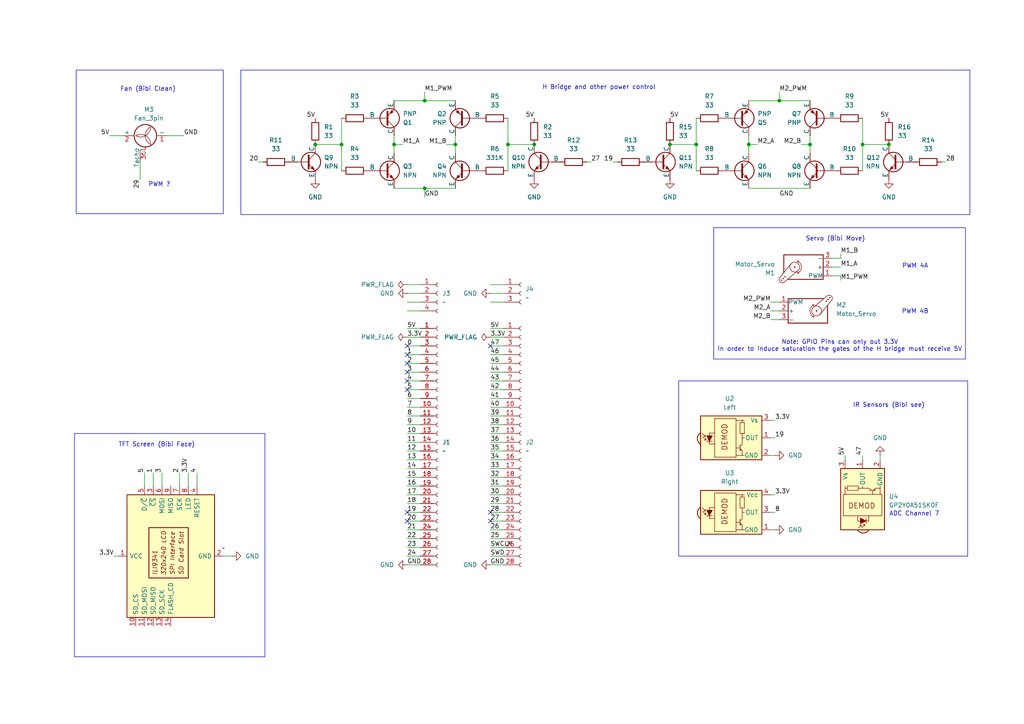
<source format=kicad_sch>
(kicad_sch (version 20250114) (generator "eeschema") (generator_version "9.0")
  (paper "A4")
  (lib_symbols
    (symbol "Connector:Conn_01x03_Socket" (pin_names (offset 1.016) (hide yes))
      (property "Reference" "J" (at 0 5.08 0))
      (property "Value" "Conn_01x03_Socket" (at 0 -5.08 0))
      (symbol "Conn_01x03_Socket_1_1"
        (polyline (pts (xy -1.27 2.54) (xy -0.508 2.54)) (stroke (width 0.1524)))
        (polyline (pts (xy -1.27 0) (xy -0.508 0)) (stroke (width 0.1524)))
        (polyline (pts (xy -1.27 -2.54) (xy -0.508 -2.54)) (stroke (width 0.1524)))
        (arc (start 0 2.032) (mid -0.5058 2.54) (end 0 3.048) (stroke (width 0.1524)))
        (arc (start 0 -0.508) (mid -0.5058 0) (end 0 0.508) (stroke (width 0.1524)))
        (arc (start 0 -3.048) (mid -0.5058 -2.54) (end 0 -2.032) (stroke (width 0.1524)))
        (pin passive line (at -5.08 2.54 0) (length 3.81) (name "Pin_1") (number "1"))
        (pin passive line (at -5.08 0 0) (length 3.81) (name "Pin_2") (number "2"))
        (pin passive line (at -5.08 -2.54 0) (length 3.81) (name "Pin_3") (number "3"))
      )
    )
    (symbol "Connector:Conn_01x04_Socket" (pin_names (offset 1.016) (hide yes))
      (property "Reference" "J" (at 0 5.08 0))
      (property "Value" "Conn_01x04_Socket" (at 0 -7.62 0))
      (symbol "Conn_01x04_Socket_1_1"
        (polyline (pts (xy -1.27 2.54) (xy -0.508 2.54)) (stroke (width 0.1524)))
        (polyline (pts (xy -1.27 0) (xy -0.508 0)) (stroke (width 0.1524)))
        (polyline (pts (xy -1.27 -2.54) (xy -0.508 -2.54)) (stroke (width 0.1524)))
        (polyline (pts (xy -1.27 -5.08) (xy -0.508 -5.08)) (stroke (width 0.1524)))
        (arc (start 0 2.032) (mid -0.5058 2.54) (end 0 3.048) (stroke (width 0.1524)))
        (arc (start 0 -0.508) (mid -0.5058 0) (end 0 0.508) (stroke (width 0.1524)))
        (arc (start 0 -3.048) (mid -0.5058 -2.54) (end 0 -2.032) (stroke (width 0.1524)))
        (arc (start 0 -5.588) (mid -0.5058 -5.08) (end 0 -4.572) (stroke (width 0.1524)))
        (pin passive line (at -5.08 2.54 0) (length 3.81) (name "Pin_1") (number "1"))
        (pin passive line (at -5.08 0 0) (length 3.81) (name "Pin_2") (number "2"))
        (pin passive line (at -5.08 -2.54 0) (length 3.81) (name "Pin_3") (number "3"))
        (pin passive line (at -5.08 -5.08 0) (length 3.81) (name "Pin_4") (number "4"))
      )
    )
    (symbol "Connector:Conn_01x28_Socket" (pin_names (offset 1.016) (hide yes))
      (property "Reference" "J" (at 0 35.56 0))
      (property "Value" "Conn_01x28_Socket" (at 0 -38.1 0))
      (symbol "Conn_01x28_Socket_1_1"
        (polyline (pts (xy -1.27 33.02) (xy -0.508 33.02)) (stroke (width 0.1524)))
        (polyline (pts (xy -1.27 30.48) (xy -0.508 30.48)) (stroke (width 0.1524)))
        (polyline (pts (xy -1.27 27.94) (xy -0.508 27.94)) (stroke (width 0.1524)))
        (polyline (pts (xy -1.27 25.4) (xy -0.508 25.4)) (stroke (width 0.1524)))
        (polyline (pts (xy -1.27 22.86) (xy -0.508 22.86)) (stroke (width 0.1524)))
        (polyline (pts (xy -1.27 20.32) (xy -0.508 20.32)) (stroke (width 0.1524)))
        (polyline (pts (xy -1.27 17.78) (xy -0.508 17.78)) (stroke (width 0.1524)))
        (polyline (pts (xy -1.27 15.24) (xy -0.508 15.24)) (stroke (width 0.1524)))
        (polyline (pts (xy -1.27 12.7) (xy -0.508 12.7)) (stroke (width 0.1524)))
        (polyline (pts (xy -1.27 10.16) (xy -0.508 10.16)) (stroke (width 0.1524)))
        (polyline (pts (xy -1.27 7.62) (xy -0.508 7.62)) (stroke (width 0.1524)))
        (polyline (pts (xy -1.27 5.08) (xy -0.508 5.08)) (stroke (width 0.1524)))
        (polyline (pts (xy -1.27 2.54) (xy -0.508 2.54)) (stroke (width 0.1524)))
        (polyline (pts (xy -1.27 0) (xy -0.508 0)) (stroke (width 0.1524)))
        (polyline (pts (xy -1.27 -2.54) (xy -0.508 -2.54)) (stroke (width 0.1524)))
        (polyline (pts (xy -1.27 -5.08) (xy -0.508 -5.08)) (stroke (width 0.1524)))
        (polyline (pts (xy -1.27 -7.62) (xy -0.508 -7.62)) (stroke (width 0.1524)))
        (polyline (pts (xy -1.27 -10.16) (xy -0.508 -10.16)) (stroke (width 0.1524)))
        (polyline (pts (xy -1.27 -12.7) (xy -0.508 -12.7)) (stroke (width 0.1524)))
        (polyline (pts (xy -1.27 -15.24) (xy -0.508 -15.24)) (stroke (width 0.1524)))
        (polyline (pts (xy -1.27 -17.78) (xy -0.508 -17.78)) (stroke (width 0.1524)))
        (polyline (pts (xy -1.27 -20.32) (xy -0.508 -20.32)) (stroke (width 0.1524)))
        (polyline (pts (xy -1.27 -22.86) (xy -0.508 -22.86)) (stroke (width 0.1524)))
        (polyline (pts (xy -1.27 -25.4) (xy -0.508 -25.4)) (stroke (width 0.1524)))
        (polyline (pts (xy -1.27 -27.94) (xy -0.508 -27.94)) (stroke (width 0.1524)))
        (polyline (pts (xy -1.27 -30.48) (xy -0.508 -30.48)) (stroke (width 0.1524)))
        (polyline (pts (xy -1.27 -33.02) (xy -0.508 -33.02)) (stroke (width 0.1524)))
        (polyline (pts (xy -1.27 -35.56) (xy -0.508 -35.56)) (stroke (width 0.1524)))
        (arc (start 0 32.512) (mid -0.5058 33.02) (end 0 33.528) (stroke (width 0.1524)))
        (arc (start 0 29.972) (mid -0.5058 30.48) (end 0 30.988) (stroke (width 0.1524)))
        (arc (start 0 27.432) (mid -0.5058 27.94) (end 0 28.448) (stroke (width 0.1524)))
        (arc (start 0 24.892) (mid -0.5058 25.4) (end 0 25.908) (stroke (width 0.1524)))
        (arc (start 0 22.352) (mid -0.5058 22.86) (end 0 23.368) (stroke (width 0.1524)))
        (arc (start 0 19.812) (mid -0.5058 20.32) (end 0 20.828) (stroke (width 0.1524)))
        (arc (start 0 17.272) (mid -0.5058 17.78) (end 0 18.288) (stroke (width 0.1524)))
        (arc (start 0 14.732) (mid -0.5058 15.24) (end 0 15.748) (stroke (width 0.1524)))
        (arc (start 0 12.192) (mid -0.5058 12.7) (end 0 13.208) (stroke (width 0.1524)))
        (arc (start 0 9.652) (mid -0.5058 10.16) (end 0 10.668) (stroke (width 0.1524)))
        (arc (start 0 7.112) (mid -0.5058 7.62) (end 0 8.128) (stroke (width 0.1524)))
        (arc (start 0 4.572) (mid -0.5058 5.08) (end 0 5.588) (stroke (width 0.1524)))
        (arc (start 0 2.032) (mid -0.5058 2.54) (end 0 3.048) (stroke (width 0.1524)))
        (arc (start 0 -0.508) (mid -0.5058 0) (end 0 0.508) (stroke (width 0.1524)))
        (arc (start 0 -3.048) (mid -0.5058 -2.54) (end 0 -2.032) (stroke (width 0.1524)))
        (arc (start 0 -5.588) (mid -0.5058 -5.08) (end 0 -4.572) (stroke (width 0.1524)))
        (arc (start 0 -8.128) (mid -0.5058 -7.62) (end 0 -7.112) (stroke (width 0.1524)))
        (arc (start 0 -10.668) (mid -0.5058 -10.16) (end 0 -9.652) (stroke (width 0.1524)))
        (arc (start 0 -13.208) (mid -0.5058 -12.7) (end 0 -12.192) (stroke (width 0.1524)))
        (arc (start 0 -15.748) (mid -0.5058 -15.24) (end 0 -14.732) (stroke (width 0.1524)))
        (arc (start 0 -18.288) (mid -0.5058 -17.78) (end 0 -17.272) (stroke (width 0.1524)))
        (arc (start 0 -20.828) (mid -0.5058 -20.32) (end 0 -19.812) (stroke (width 0.1524)))
        (arc (start 0 -23.368) (mid -0.5058 -22.86) (end 0 -22.352) (stroke (width 0.1524)))
        (arc (start 0 -25.908) (mid -0.5058 -25.4) (end 0 -24.892) (stroke (width 0.1524)))
        (arc (start 0 -28.448) (mid -0.5058 -27.94) (end 0 -27.432) (stroke (width 0.1524)))
        (arc (start 0 -30.988) (mid -0.5058 -30.48) (end 0 -29.972) (stroke (width 0.1524)))
        (arc (start 0 -33.528) (mid -0.5058 -33.02) (end 0 -32.512) (stroke (width 0.1524)))
        (arc (start 0 -36.068) (mid -0.5058 -35.56) (end 0 -35.052) (stroke (width 0.1524)))
        (pin passive line (at -5.08 33.02 0) (length 3.81) (name "Pin_1") (number "1"))
        (pin passive line (at -5.08 30.48 0) (length 3.81) (name "Pin_2") (number "2"))
        (pin passive line (at -5.08 27.94 0) (length 3.81) (name "Pin_3") (number "3"))
        (pin passive line (at -5.08 25.4 0) (length 3.81) (name "Pin_4") (number "4"))
        (pin passive line (at -5.08 22.86 0) (length 3.81) (name "Pin_5") (number "5"))
        (pin passive line (at -5.08 20.32 0) (length 3.81) (name "Pin_6") (number "6"))
        (pin passive line (at -5.08 17.78 0) (length 3.81) (name "Pin_7") (number "7"))
        (pin passive line (at -5.08 15.24 0) (length 3.81) (name "Pin_8") (number "8"))
        (pin passive line (at -5.08 12.7 0) (length 3.81) (name "Pin_9") (number "9"))
        (pin passive line (at -5.08 10.16 0) (length 3.81) (name "Pin_10") (number "10"))
        (pin passive line (at -5.08 7.62 0) (length 3.81) (name "Pin_11") (number "11"))
        (pin passive line (at -5.08 5.08 0) (length 3.81) (name "Pin_12") (number "12"))
        (pin passive line (at -5.08 2.54 0) (length 3.81) (name "Pin_13") (number "13"))
        (pin passive line (at -5.08 0 0) (length 3.81) (name "Pin_14") (number "14"))
        (pin passive line (at -5.08 -2.54 0) (length 3.81) (name "Pin_15") (number "15"))
        (pin passive line (at -5.08 -5.08 0) (length 3.81) (name "Pin_16") (number "16"))
        (pin passive line (at -5.08 -7.62 0) (length 3.81) (name "Pin_17") (number "17"))
        (pin passive line (at -5.08 -10.16 0) (length 3.81) (name "Pin_18") (number "18"))
        (pin passive line (at -5.08 -12.7 0) (length 3.81) (name "Pin_19") (number "19"))
        (pin passive line (at -5.08 -15.24 0) (length 3.81) (name "Pin_20") (number "20"))
        (pin passive line (at -5.08 -17.78 0) (length 3.81) (name "Pin_21") (number "21"))
        (pin passive line (at -5.08 -20.32 0) (length 3.81) (name "Pin_22") (number "22"))
        (pin passive line (at -5.08 -22.86 0) (length 3.81) (name "Pin_23") (number "23"))
        (pin passive line (at -5.08 -25.4 0) (length 3.81) (name "Pin_24") (number "24"))
        (pin passive line (at -5.08 -27.94 0) (length 3.81) (name "Pin_25") (number "25"))
        (pin passive line (at -5.08 -30.48 0) (length 3.81) (name "Pin_26") (number "26"))
        (pin passive line (at -5.08 -33.02 0) (length 3.81) (name "Pin_27") (number "27"))
        (pin passive line (at -5.08 -35.56 0) (length 3.81) (name "Pin_28") (number "28"))
      )
    )
    (symbol "Device:R" (pin_numbers (hide yes)) (pin_names (offset 0))
      (property "Reference" "R" (at 2.032 0 90))
      (property "Value" "R" (at 0 0 90))
      (symbol "R_0_1"
        (rectangle (start -1.016 -2.54) (end 1.016 2.54) (stroke (width 0.254)))
      )
      (symbol "R_1_1"
        (pin passive line (at 0 3.81 270) (length 1.27) (name "~") (number "1"))
        (pin passive line (at 0 -3.81 90) (length 1.27) (name "~") (number "2"))
      )
    )
    (symbol "Driver_Display:CR2013-MI2120" (pin_names (offset 0.762))
      (property "Reference" "U" (at -17.526 13.97 0))
      (property "Value" "CR2013-MI2120" (at 1.905 13.97 0))
      (symbol "CR2013-MI2120_0_0"
        (text "ILI9341" (at -5.461 4.572 0) (effects (font (size 1.27 1.27) (italic yes)) (justify left)))
        (text "SPI Interface" (at -5.461 -0.508 0) (effects (font (size 1.27 1.27) (italic yes)) (justify left)))
        (text "SD Card Slot" (at -5.461 -3.048 0) (effects (font (size 1.27 1.27) (italic yes)) (justify left)))
        (text "320x240 LCD" (at 0.889 2.032 0) (effects (font (size 1.27 1.27) (italic yes))))
      )
      (symbol "CR2013-MI2120_0_1"
        (rectangle (start -17.78 12.7) (end 17.78 -12.7) (stroke (width 0.254)) (fill (type background)))
        (rectangle (start -6.35 6.35) (end 8.255 -5.08) (stroke (width 0.254)))
      )
      (symbol "CR2013-MI2120_1_1"
        (pin input line (at -20.32 10.16 0) (length 2.54) (name "SD_CS") (number "10"))
        (pin input line (at -20.32 7.62 0) (length 2.54) (name "SD_MOSI") (number "11"))
        (pin output line (at -20.32 5.08 0) (length 2.54) (name "SD_MISO") (number "12"))
        (pin input line (at -20.32 2.54 0) (length 2.54) (name "SD_SCK") (number "13"))
        (pin input line (at -20.32 0 0) (length 2.54) (name "FLASH_CD") (number "14"))
        (pin power_in line (at 0 15.24 270) (length 2.54) (name "VCC") (number "1"))
        (pin power_in line (at 0 -15.24 90) (length 2.54) (name "GND") (number "2"))
        (pin input line (at 20.32 7.62 180) (length 2.54) (name "D/~{C}") (number "5"))
        (pin input line (at 20.32 5.08 180) (length 2.54) (name "~{CS}") (number "3"))
        (pin input line (at 20.32 2.54 180) (length 2.54) (name "MOSI") (number "6"))
        (pin output line (at 20.32 0 180) (length 2.54) (name "MISO") (number "9"))
        (pin input line (at 20.32 -2.54 180) (length 2.54) (name "SCK") (number "7"))
        (pin input line (at 20.32 -5.08 180) (length 2.54) (name "LED") (number "8"))
        (pin input line (at 20.32 -7.62 180) (length 2.54) (name "RESET") (number "4"))
      )
    )
    (symbol "Interface_Optical:IRM-H6xxT" (pin_names (offset 1.016))
      (property "Reference" "U" (at -10.16 7.62 0))
      (property "Value" "IRM-H6xxT" (at -10.16 -7.62 0))
      (symbol "IRM-H6xxT_0_0"
        (arc (start -10.287 -1.778) (mid -11.0899 -0.1905) (end -10.287 1.397) (stroke (width 0.254)) (fill (type background)))
        (polyline (pts (xy 1.905 5.08) (xy 0.127 5.08)))
        (polyline (pts (xy 1.905 -5.08) (xy 0.127 -5.08)))
        (text "DEMOD" (at -3.175 0.254 900) (effects (font (size 1.524 1.524))))
      )
      (symbol "IRM-H6xxT_0_1"
        (polyline (pts (xy -8.763 0.381) (xy -9.652 1.27)))
        (polyline (pts (xy -8.763 0.381) (xy -9.271 0.381)))
        (polyline (pts (xy -8.763 0.381) (xy -8.763 0.889)))
        (polyline (pts (xy -8.636 -0.635) (xy -9.525 0.254)))
        (polyline (pts (xy -8.636 -0.635) (xy -9.144 -0.635)))
        (polyline (pts (xy -8.636 -0.635) (xy -8.636 -0.127)))
        (polyline (pts (xy -8.382 0.635) (xy -6.731 0.635) (xy -7.62 -1.016) (xy -8.382 0.635)) (fill (type outline)))
        (polyline (pts (xy -8.382 -1.016) (xy -6.731 -1.016)))
        (rectangle (start -6.096 5.588) (end 0.127 -5.588))
        (polyline (pts (xy -6.096 1.397) (xy -7.62 1.397) (xy -7.62 -1.778) (xy -6.096 -1.778)))
        (polyline (pts (xy 1.27 -1.905) (xy 1.27 -3.81)))
        (polyline (pts (xy 1.27 -2.54) (xy 1.905 -1.905) (xy 1.905 0) (xy 2.54 0)))
        (polyline (pts (xy 1.27 -2.921) (xy 0.127 -2.921)))
        (polyline (pts (xy 1.27 -3.175) (xy 1.905 -3.81) (xy 1.905 -5.08) (xy 2.54 -5.08)))
        (polyline (pts (xy 1.397 -3.556) (xy 1.524 -3.556)))
        (polyline (pts (xy 1.651 -3.556) (xy 1.524 -3.556)))
        (polyline (pts (xy 1.651 -3.556) (xy 1.651 -3.302)))
        (polyline (pts (xy 1.905 4.445) (xy 1.905 5.08) (xy 2.54 5.08)))
        (polyline (pts (xy 1.905 0) (xy 1.905 1.27)))
        (rectangle (start 2.54 1.27) (end 1.27 4.445))
        (rectangle (start 7.62 6.35) (end -10.16 -6.35) (stroke (width 0.254)) (fill (type background)))
      )
      (symbol "IRM-H6xxT_1_1"
        (pin power_in line (at 10.16 5.08 180) (length 2.54) (name "Vcc") (number "4"))
        (pin output line (at 10.16 0 180) (length 2.54) (name "OUT") (number "3"))
        (pin power_in line (at 10.16 -5.08 180) (length 2.54) (name "GND") (number "1"))
        (pin passive line (at 10.16 -5.08 180) (length 2.54) (hide yes) (name "GND") (number "2"))
      )
    )
    (symbol "Interface_Optical:TSDP341xx" (pin_names (offset 1.016))
      (property "Reference" "U" (at -10.16 7.62 0))
      (property "Value" "TSDP341xx" (at -10.16 -7.62 0))
      (symbol "TSDP341xx_0_0"
        (arc (start -10.287 -1.778) (mid -11.0899 -0.1905) (end -10.287 1.397) (stroke (width 0.254)) (fill (type background)))
        (polyline (pts (xy 1.905 5.08) (xy 0.127 5.08)))
        (polyline (pts (xy 1.905 -5.08) (xy 0.127 -5.08)))
        (text "DEMOD" (at -3.175 0.254 900) (effects (font (size 1.524 1.524))))
      )
      (symbol "TSDP341xx_0_1"
        (polyline (pts (xy -8.763 0.381) (xy -9.652 1.27)))
        (polyline (pts (xy -8.763 0.381) (xy -9.271 0.381)))
        (polyline (pts (xy -8.763 0.381) (xy -8.763 0.889)))
        (polyline (pts (xy -8.636 -0.635) (xy -9.525 0.254)))
        (polyline (pts (xy -8.636 -0.635) (xy -9.144 -0.635)))
        (polyline (pts (xy -8.636 -0.635) (xy -8.636 -0.127)))
        (polyline (pts (xy -8.382 0.635) (xy -6.731 0.635) (xy -7.62 -1.016) (xy -8.382 0.635)) (fill (type outline)))
        (polyline (pts (xy -8.382 -1.016) (xy -6.731 -1.016)))
        (rectangle (start -6.096 5.588) (end 0.127 -5.588))
        (polyline (pts (xy -6.096 1.397) (xy -7.62 1.397) (xy -7.62 -1.778) (xy -6.096 -1.778)))
        (polyline (pts (xy 1.27 -1.905) (xy 1.27 -3.81)))
        (polyline (pts (xy 1.27 -2.54) (xy 1.905 -1.905) (xy 1.905 0) (xy 2.54 0)))
        (polyline (pts (xy 1.27 -2.921) (xy 0.127 -2.921)))
        (polyline (pts (xy 1.27 -3.175) (xy 1.905 -3.81) (xy 1.905 -5.08) (xy 2.54 -5.08)))
        (polyline (pts (xy 1.397 -3.556) (xy 1.524 -3.556)))
        (polyline (pts (xy 1.651 -3.556) (xy 1.524 -3.556)))
        (polyline (pts (xy 1.651 -3.556) (xy 1.651 -3.302)))
        (polyline (pts (xy 1.905 4.445) (xy 1.905 5.08) (xy 2.54 5.08)))
        (polyline (pts (xy 1.905 0) (xy 1.905 1.27)))
        (rectangle (start 2.54 1.27) (end 1.27 4.445))
        (rectangle (start 7.62 6.35) (end -10.16 -6.35) (stroke (width 0.254)) (fill (type background)))
      )
      (symbol "TSDP341xx_1_1"
        (pin power_in line (at 10.16 5.08 180) (length 2.54) (name "Vs") (number "3"))
        (pin output line (at 10.16 0 180) (length 2.54) (name "OUT") (number "1"))
        (pin power_in line (at 10.16 -5.08 180) (length 2.54) (name "GND") (number "2"))
      )
    )
    (symbol "Motor:Fan_3pin" (pin_names (offset 0))
      (property "Reference" "M" (at 2.54 2.54 0))
      (property "Value" "Fan_3pin" (at 2.54 -5.08 0))
      (symbol "Fan_3pin_0_0"
        (polyline (pts (xy -5.08 -0.508) (xy -5.334 -0.381)))
        (polyline (pts (xy -5.08 -0.508) (xy -5.207 -0.762)))
        (arc (start -4.572 -1.016) (mid -5.08 -1.5218) (end -5.588 -1.016))
        (arc (start -5.588 -1.016) (mid -5.4392 -0.6568) (end -5.08 -0.508))
        (polyline (pts (xy -4.064 0) (xy -4.064 -1.524) (xy -3.302 -1.524)))
      )
      (symbol "Fan_3pin_0_1"
        (polyline (pts (xy -4.064 0) (xy -5.08 0)))
        (arc (start 0 1.27) (mid -0.0015 -1.6352) (end -2.54 -3.048))
        (polyline (pts (xy 0 2.032) (xy 0 2.54)))
        (polyline (pts (xy 0 1.7272) (xy 0 2.0828)))
        (circle (center 0 -1.524) (radius 3.2512) (stroke (width 0.254)))
        (arc (start -2.54 -3.048) (mid 0 -1.4782) (end 2.54 -3.048))
        (polyline (pts (xy 0 -4.7752) (xy 0 -5.1816)))
        (polyline (pts (xy 0 -7.62) (xy 0 -7.112)))
        (arc (start 2.54 -3.048) (mid 0.047 -1.6085) (end 0 1.27))
      )
      (symbol "Fan_3pin_1_1"
        (pin passive line (at -7.62 0 0) (length 2.54) (name "Tacho") (number "3"))
        (pin passive line (at 0 5.08 270) (length 2.54) (name "+") (number "2"))
        (pin passive line (at 0 -7.62 90) (length 2.54) (name "-") (number "1"))
      )
    )
    (symbol "Motor:Motor_Servo" (pin_names (offset 0.0254))
      (property "Reference" "M" (at -5.08 4.445 0))
      (property "Value" "Motor_Servo" (at -5.08 -4.064 0))
      (symbol "Motor_Servo_0_1"
        (polyline (pts (xy 2.413 1.778) (xy 1.905 1.778)))
        (polyline (pts (xy 2.413 1.778) (xy 2.286 1.397)))
        (polyline (pts (xy 2.413 -1.778) (xy 2.032 -1.778)))
        (polyline (pts (xy 2.413 -1.778) (xy 2.286 -1.397)))
        (arc (start 2.413 -1.778) (mid 1.2406 0) (end 2.413 1.778))
        (circle (center 3.175 0) (radius 0.1778))
        (circle (center 3.175 0) (radius 1.4224))
        (polyline (pts (xy 5.08 3.556) (xy -5.08 3.556) (xy -5.08 -3.556) (xy 6.35 -3.556) (xy 6.35 1.524)) (stroke (width 0.254)))
        (circle (center 5.969 2.794) (radius 0.127))
        (polyline (pts (xy 6.35 4.445) (xy 2.54 1.27)))
        (circle (center 6.477 3.302) (radius 0.127))
        (arc (start 6.35 4.445) (mid 7.4487 4.2737) (end 7.62 3.175))
        (circle (center 6.985 3.81) (radius 0.127))
        (polyline (pts (xy 7.62 3.175) (xy 4.191 -1.016)))
      )
      (symbol "Motor_Servo_1_1"
        (pin passive line (at -7.62 2.54 0) (length 2.54) (name "PWM") (number "1"))
        (pin passive line (at -7.62 0 0) (length 2.54) (name "+") (number "2"))
        (pin passive line (at -7.62 -2.54 0) (length 2.54) (name "-") (number "3"))
      )
    )
    (symbol "Simulation_SPICE:NPN" (pin_numbers (hide yes)) (pin_names (offset 0))
      (property "Reference" "Q" (at -2.54 7.62 0))
      (property "Value" "NPN" (at -2.54 5.08 0))
      (symbol "NPN_0_1"
        (polyline (pts (xy -2.54 0) (xy 0.635 0)) (stroke (width 0.1524)))
        (polyline (pts (xy 0.635 1.905) (xy 0.635 -1.905) (xy 0.635 -1.905)) (stroke (width 0.508)))
        (polyline (pts (xy 0.635 0.635) (xy 2.54 2.54)))
        (polyline (pts (xy 0.635 -0.635) (xy 2.54 -2.54) (xy 2.54 -2.54)))
        (circle (center 1.27 0) (radius 2.8194) (stroke (width 0.254)))
        (polyline (pts (xy 1.27 -1.778) (xy 1.778 -1.27) (xy 2.286 -2.286) (xy 1.27 -1.778) (xy 1.27 -1.778)) (fill (type outline)))
        (polyline (pts (xy 2.794 -1.27) (xy 2.794 -1.27)) (stroke (width 0.1524)))
        (polyline (pts (xy 2.794 -1.27) (xy 2.794 -1.27)) (stroke (width 0.1524)))
      )
      (symbol "NPN_1_1"
        (pin input line (at -5.08 0 0) (length 2.54) (name "B") (number "2"))
        (pin open_collector line (at 2.54 5.08 270) (length 2.54) (name "C") (number "1"))
        (pin open_emitter line (at 2.54 -5.08 90) (length 2.54) (name "E") (number "3"))
      )
    )
    (symbol "Simulation_SPICE:PNP" (pin_numbers (hide yes)) (pin_names (offset 0))
      (property "Reference" "Q" (at -2.54 7.62 0))
      (property "Value" "PNP" (at -2.54 5.08 0))
      (symbol "PNP_0_1"
        (polyline (pts (xy -2.54 0) (xy 0.635 0)) (stroke (width 0.1524)))
        (polyline (pts (xy 0.635 1.905) (xy 0.635 -1.905) (xy 0.635 -1.905)) (stroke (width 0.508)))
        (polyline (pts (xy 0.635 0.635) (xy 2.54 2.54)))
        (polyline (pts (xy 0.635 -0.635) (xy 2.54 -2.54) (xy 2.54 -2.54)))
        (circle (center 1.27 0) (radius 2.8194) (stroke (width 0.254)))
        (polyline (pts (xy 2.286 -1.778) (xy 1.778 -2.286) (xy 1.27 -1.27) (xy 2.286 -1.778) (xy 2.286 -1.778)) (fill (type outline)))
      )
      (symbol "PNP_1_1"
        (pin input line (at -5.08 0 0) (length 2.54) (name "B") (number "2"))
        (pin open_collector line (at 2.54 5.08 270) (length 2.54) (name "C") (number "1"))
        (pin open_emitter line (at 2.54 -5.08 90) (length 2.54) (name "E") (number "3"))
      )
    )
    (symbol "power:GND" (power) (pin_numbers (hide yes)) (pin_names (offset 0) (hide yes))
      (property "Value" "GND" (at 0 -3.81 0))
      (symbol "GND_0_1"
        (polyline (pts (xy 0 0) (xy 0 -1.27) (xy 1.27 -1.27) (xy 0 -2.54) (xy -1.27 -1.27) (xy 0 -1.27)))
      )
      (symbol "GND_1_1"
        (pin power_in line (at 0 0 270) (length 0) (name "~") (number "1"))
      )
    )
    (symbol "power:PWR_FLAG" (power) (pin_numbers (hide yes)) (pin_names (offset 0) (hide yes))
      (property "Value" "PWR_FLAG" (at 0 3.81 0))
      (symbol "PWR_FLAG_0_0"
        (pin power_out line (at 0 0 90) (length 0) (name "~") (number "1"))
      )
      (symbol "PWR_FLAG_0_1"
        (polyline (pts (xy 0 0) (xy 0 1.27) (xy -1.016 1.905) (xy 0 2.54) (xy 1.016 1.905) (xy 0 1.27)))
      )
    )
  )
  (rectangle (start 22.098 20.32) (end 64.77 61.976))
  (rectangle (start 280.67 161.29) (end 196.85 110.49))
  (rectangle (start 21.59 125.73) (end 76.835 190.5))
  (rectangle (start 207.01 66.04) (end 280.035 104.14))
  (rectangle (start 69.85 20.32) (end 281.305 62.23))
  (text "Fan (Bibi Clean)\n" (at 42.926 25.908 0) (effects (font (size 1.27 1.27))))
  (text "Servo (Bibi Move)\n" (at 242.316 69.342 0) (effects (font (size 1.27 1.27))))
  (text "H Bridge and other power control\n" (at 173.736 25.4 0) (effects (font (size 1.27 1.27))))
  (text "Note: GPIO Pins can only out 3.3V\nIn order to induce saturation the gates of the H bridge must receive 5V\n" (at 243.586 100.33 0) (effects (font (size 1.27 1.27))))
  (text "ADC Channel 7\n" (at 265.176 149.098 0) (effects (font (size 1.27 1.27))))
  (text "PWM 4A\n" (at 265.43 77.216 0) (effects (font (size 1.27 1.27))))
  (text "IR Sensors (Bibi see)\n" (at 257.81 117.602 0) (effects (font (size 1.27 1.27))))
  (text "PWM ?\n" (at 46.228 53.594 0) (effects (font (size 1.27 1.27))))
  (text "TFT Screen (Bibi Face)\n" (at 45.466 129.032 0) (effects (font (size 1.27 1.27))))
  (text "PWM 4B\n" (at 265.43 90.424 0) (effects (font (size 1.27 1.27))))
  (junction (at 257.81 41.91))
  (junction (at 250.19 41.91))
  (junction (at 147.32 41.91))
  (junction (at 194.31 41.91))
  (junction (at 114.3 41.91))
  (junction (at 123.19 29.21))
  (junction (at 217.17 41.91))
  (junction (at 91.44 41.91))
  (junction (at 226.06 29.21))
  (junction (at 154.94 41.91))
  (junction (at 234.95 41.91))
  (junction (at 123.19 54.61))
  (junction (at 201.93 41.91))
  (junction (at 99.06 41.91))
  (junction (at 132.08 41.91))
  (no_connect (at 118.11 110.49))
  (no_connect (at 118.11 148.59))
  (no_connect (at 142.24 100.33))
  (no_connect (at 142.24 148.59))
  (no_connect (at 142.24 151.13))
  (no_connect (at 118.11 113.03))
  (no_connect (at 118.11 100.33))
  (no_connect (at 118.11 107.95))
  (no_connect (at 118.11 102.87))
  (no_connect (at 118.11 151.13))
  (no_connect (at 118.11 105.41))
  (wire (pts (xy 57.15 137.16) (xy 57.15 140.97)))
  (wire (pts (xy 142.24 133.35) (xy 146.05 133.35)))
  (wire (pts (xy 142.24 107.95) (xy 146.05 107.95)))
  (wire (pts (xy 118.11 118.11) (xy 121.92 118.11)))
  (wire (pts (xy 118.11 102.87) (xy 121.92 102.87)))
  (wire (pts (xy 118.11 146.05) (xy 121.92 146.05)))
  (wire (pts (xy 142.24 115.57) (xy 146.05 115.57)))
  (wire (pts (xy 142.24 135.89) (xy 146.05 135.89)))
  (wire (pts (xy 217.17 54.61) (xy 234.95 54.61)))
  (wire (pts (xy 274.32 46.99) (xy 273.05 46.99)))
  (wire (pts (xy 223.52 92.71) (xy 226.06 92.71)))
  (wire (pts (xy 118.11 153.67) (xy 121.92 153.67)))
  (wire (pts (xy 44.45 137.16) (xy 44.45 140.97)))
  (wire (pts (xy 118.11 143.51) (xy 121.92 143.51)))
  (wire (pts (xy 118.11 123.19) (xy 121.92 123.19)))
  (wire (pts (xy 31.75 39.37) (xy 35.56 39.37)))
  (wire (pts (xy 142.24 130.81) (xy 146.05 130.81)))
  (wire (pts (xy 118.11 107.95) (xy 121.92 107.95)))
  (wire (pts (xy 234.95 39.37) (xy 234.95 41.91)))
  (wire (pts (xy 142.24 151.13) (xy 146.05 151.13)))
  (wire (pts (xy 123.19 54.61) (xy 123.19 57.15)))
  (wire (pts (xy 142.24 140.97) (xy 146.05 140.97)))
  (wire (pts (xy 118.11 113.03) (xy 121.92 113.03)))
  (wire (pts (xy 142.24 102.87) (xy 146.05 102.87)))
  (wire (pts (xy 245.11 132.08) (xy 245.11 133.35)))
  (wire (pts (xy 226.06 26.67) (xy 226.06 29.21)))
  (wire (pts (xy 123.19 29.21) (xy 132.08 29.21)))
  (wire (pts (xy 118.11 97.79) (xy 121.92 97.79)))
  (wire (pts (xy 194.31 41.91) (xy 201.93 41.91)))
  (wire (pts (xy 177.8 46.99) (xy 179.07 46.99)))
  (wire (pts (xy 255.27 132.08) (xy 255.27 133.35)))
  (wire (pts (xy 123.19 54.61) (xy 132.08 54.61)))
  (wire (pts (xy 114.3 29.21) (xy 123.19 29.21)))
  (wire (pts (xy 118.11 105.41) (xy 121.92 105.41)))
  (wire (pts (xy 142.24 148.59) (xy 146.05 148.59)))
  (wire (pts (xy 142.24 85.09) (xy 146.05 85.09)))
  (wire (pts (xy 114.3 41.91) (xy 114.3 44.45)))
  (wire (pts (xy 142.24 146.05) (xy 146.05 146.05)))
  (wire (pts (xy 34.29 161.29) (xy 33.02 161.29)))
  (wire (pts (xy 142.24 100.33) (xy 146.05 100.33)))
  (wire (pts (xy 52.07 137.16) (xy 52.07 140.97)))
  (wire (pts (xy 118.11 87.63) (xy 121.92 87.63)))
  (wire (pts (xy 142.24 138.43) (xy 146.05 138.43)))
  (wire (pts (xy 118.11 151.13) (xy 121.92 151.13)))
  (wire (pts (xy 118.11 148.59) (xy 121.92 148.59)))
  (wire (pts (xy 217.17 41.91) (xy 219.71 41.91)))
  (wire (pts (xy 118.11 140.97) (xy 121.92 140.97)))
  (wire (pts (xy 118.11 158.75) (xy 121.92 158.75)))
  (wire (pts (xy 250.19 132.08) (xy 250.19 133.35)))
  (wire (pts (xy 54.61 137.16) (xy 54.61 140.97)))
  (wire (pts (xy 118.11 125.73) (xy 121.92 125.73)))
  (wire (pts (xy 41.91 137.16) (xy 41.91 140.97)))
  (wire (pts (xy 142.24 95.25) (xy 146.05 95.25)))
  (wire (pts (xy 118.11 95.25) (xy 121.92 95.25)))
  (wire (pts (xy 217.17 41.91) (xy 217.17 44.45)))
  (wire (pts (xy 142.24 87.63) (xy 146.05 87.63)))
  (wire (pts (xy 142.24 105.41) (xy 146.05 105.41)))
  (wire (pts (xy 91.44 41.91) (xy 99.06 41.91)))
  (wire (pts (xy 142.24 82.55) (xy 146.05 82.55)))
  (wire (pts (xy 118.11 130.81) (xy 121.92 130.81)))
  (wire (pts (xy 226.06 29.21) (xy 234.95 29.21)))
  (wire (pts (xy 118.11 133.35) (xy 121.92 133.35)))
  (wire (pts (xy 142.24 158.75) (xy 146.05 158.75)))
  (wire (pts (xy 250.19 41.91) (xy 250.19 49.53)))
  (wire (pts (xy 223.52 87.63) (xy 226.06 87.63)))
  (wire (pts (xy 46.99 137.16) (xy 46.99 140.97)))
  (wire (pts (xy 40.64 46.99) (xy 40.64 52.07)))
  (wire (pts (xy 142.24 123.19) (xy 146.05 123.19)))
  (wire (pts (xy 234.95 41.91) (xy 234.95 44.45)))
  (wire (pts (xy 223.52 127) (xy 224.79 127)))
  (wire (pts (xy 118.11 135.89) (xy 121.92 135.89)))
  (wire (pts (xy 142.24 163.83) (xy 146.05 163.83)))
  (wire (pts (xy 201.93 41.91) (xy 201.93 49.53)))
  (wire (pts (xy 241.3 80.01) (xy 243.84 80.01)))
  (wire (pts (xy 132.08 41.91) (xy 132.08 44.45)))
  (wire (pts (xy 118.11 85.09) (xy 121.92 85.09)))
  (wire (pts (xy 114.3 39.37) (xy 114.3 41.91)))
  (wire (pts (xy 118.11 138.43) (xy 121.92 138.43)))
  (wire (pts (xy 118.11 115.57) (xy 121.92 115.57)))
  (wire (pts (xy 114.3 54.61) (xy 123.19 54.61)))
  (wire (pts (xy 147.32 41.91) (xy 147.32 49.53)))
  (wire (pts (xy 223.52 148.59) (xy 224.79 148.59)))
  (wire (pts (xy 118.11 82.55) (xy 121.92 82.55)))
  (wire (pts (xy 232.41 41.91) (xy 234.95 41.91)))
  (wire (pts (xy 118.11 90.17) (xy 121.92 90.17)))
  (wire (pts (xy 223.52 90.17) (xy 226.06 90.17)))
  (wire (pts (xy 250.19 41.91) (xy 257.81 41.91)))
  (wire (pts (xy 142.24 97.79) (xy 146.05 97.79)))
  (wire (pts (xy 171.45 46.99) (xy 170.18 46.99)))
  (wire (pts (xy 142.24 120.65) (xy 146.05 120.65)))
  (wire (pts (xy 142.24 110.49) (xy 146.05 110.49)))
  (wire (pts (xy 99.06 41.91) (xy 99.06 49.53)))
  (wire (pts (xy 118.11 128.27) (xy 121.92 128.27)))
  (wire (pts (xy 132.08 39.37) (xy 132.08 41.91)))
  (wire (pts (xy 142.24 156.21) (xy 146.05 156.21)))
  (wire (pts (xy 142.24 125.73) (xy 146.05 125.73)))
  (wire (pts (xy 118.11 156.21) (xy 121.92 156.21)))
  (wire (pts (xy 217.17 39.37) (xy 217.17 41.91)))
  (wire (pts (xy 142.24 118.11) (xy 146.05 118.11)))
  (wire (pts (xy 74.93 46.99) (xy 76.2 46.99)))
  (wire (pts (xy 129.54 41.91) (xy 132.08 41.91)))
  (wire (pts (xy 64.77 161.29) (xy 67.31 161.29)))
  (wire (pts (xy 118.11 100.33) (xy 121.92 100.33)))
  (wire (pts (xy 250.19 34.29) (xy 250.19 41.91)))
  (wire (pts (xy 142.24 161.29) (xy 146.05 161.29)))
  (wire (pts (xy 223.52 143.51) (xy 224.79 143.51)))
  (wire (pts (xy 147.32 41.91) (xy 154.94 41.91)))
  (wire (pts (xy 142.24 128.27) (xy 146.05 128.27)))
  (wire (pts (xy 118.11 163.83) (xy 121.92 163.83)))
  (wire (pts (xy 142.24 153.67) (xy 146.05 153.67)))
  (wire (pts (xy 48.26 39.37) (xy 53.34 39.37)))
  (wire (pts (xy 142.24 143.51) (xy 146.05 143.51)))
  (wire (pts (xy 114.3 41.91) (xy 116.84 41.91)))
  (wire (pts (xy 223.52 132.08) (xy 224.79 132.08)))
  (wire (pts (xy 118.11 120.65) (xy 121.92 120.65)))
  (wire (pts (xy 243.84 74.93) (xy 243.84 73.66)))
  (wire (pts (xy 241.3 74.93) (xy 243.84 74.93)))
  (wire (pts (xy 123.19 26.67) (xy 123.19 29.21)))
  (wire (pts (xy 243.84 81.28) (xy 243.84 80.01)))
  (wire (pts (xy 217.17 29.21) (xy 226.06 29.21)))
  (wire (pts (xy 118.11 161.29) (xy 121.92 161.29)))
  (wire (pts (xy 118.11 110.49) (xy 121.92 110.49)))
  (wire (pts (xy 223.52 121.92) (xy 224.79 121.92)))
  (wire (pts (xy 147.32 34.29) (xy 147.32 41.91)))
  (wire (pts (xy 243.84 77.47) (xy 241.3 77.47)))
  (wire (pts (xy 99.06 34.29) (xy 99.06 41.91)))
  (wire (pts (xy 223.52 153.67) (xy 224.79 153.67)))
  (wire (pts (xy 201.93 34.29) (xy 201.93 41.91)))
  (wire (pts (xy 142.24 113.03) (xy 146.05 113.03)))
  (label "11" (at 118.11 128.27 0))
  (label "14" (at 118.11 135.89 0))
  (label "38" (at 142.24 123.19 0))
  (label "SWCLK" (at 142.24 158.75 0))
  (label "M1_A" (at 243.84 77.47 0))
  (label "47" (at 250.19 132.08 90))
  (label "M2_PWM" (at 226.06 26.67 0))
  (label "5V" (at 245.11 132.08 90))
  (label "3.3V" (at 33.02 161.29 180))
  (label "29" (at 142.24 146.05 0))
  (label "2" (at 52.07 137.16 90))
  (label "15" (at 118.11 138.43 0))
  (label "31" (at 142.24 140.97 0))
  (label "19" (at 177.8 46.99 180))
  (label "39" (at 142.24 120.65 0))
  (label "35" (at 142.24 130.81 0))
  (label "M2_PWM" (at 223.52 87.63 180))
  (label "28" (at 274.32 46.99 0))
  (label "20" (at 118.11 151.13 0))
  (label "M1_PWM" (at 243.84 81.28 0))
  (label "5V" (at 194.31 34.29 0))
  (label "33" (at 142.24 135.89 0))
  (label "3" (at 118.11 107.95 0))
  (label "5V" (at 91.44 34.29 180))
  (label "5V" (at 154.94 34.29 180))
  (label "M1_B" (at 243.84 73.66 0))
  (label "5V" (at 257.81 34.29 180))
  (label "18" (at 118.11 146.05 0))
  (label "M2_B" (at 232.41 41.91 180))
  (label "6" (at 118.11 115.57 0))
  (label "10" (at 118.11 125.73 0))
  (label "13" (at 118.11 133.35 0))
  (label "32" (at 142.24 138.43 0))
  (label "2" (at 118.11 105.41 0))
  (label "GND" (at 123.19 57.15 0))
  (label "3.3V" (at 224.79 121.92 0))
  (label "26" (at 142.24 153.67 0))
  (label "16" (at 118.11 140.97 0))
  (label "41" (at 142.24 115.57 0))
  (label "5V" (at 142.24 95.25 0))
  (label "9" (at 118.11 123.19 0))
  (label "3.3V" (at 142.24 97.79 0))
  (label "43" (at 142.24 110.49 0))
  (label "1" (at 44.45 137.16 90))
  (label "5V" (at 118.11 95.25 0))
  (label "GND" (at 142.24 163.83 0))
  (label "25" (at 142.24 156.21 0))
  (label "27" (at 171.45 46.99 0))
  (label "30" (at 142.24 143.51 0))
  (label "5" (at 41.91 137.16 90))
  (label "GND" (at 53.34 39.37 0))
  (label "3" (at 46.99 137.16 90))
  (label "0" (at 118.11 100.33 0))
  (label "4" (at 118.11 110.49 0))
  (label "M2_B" (at 223.52 92.71 180))
  (label "5" (at 118.11 113.03 0))
  (label "22" (at 118.11 156.21 0))
  (label "19" (at 224.79 127 0))
  (label "12" (at 118.11 130.81 0))
  (label "3.3V" (at 54.61 137.16 90))
  (label "GND" (at 118.11 163.83 0))
  (label "19" (at 118.11 148.59 0))
  (label "21" (at 118.11 153.67 0))
  (label "5V" (at 31.75 39.37 180))
  (label "SWD" (at 142.24 161.29 0))
  (label "46" (at 142.24 102.87 0))
  (label "40" (at 142.24 118.11 0))
  (label "28" (at 142.24 148.59 0))
  (label "34" (at 142.24 133.35 0))
  (label "7" (at 118.11 118.11 0))
  (label "8" (at 118.11 120.65 0))
  (label "1" (at 118.11 102.87 0))
  (label "M1_B" (at 129.54 41.91 180))
  (label "36" (at 142.24 128.27 0))
  (label "4" (at 57.15 137.16 90))
  (label "GND" (at 226.06 57.15 0))
  (label "42" (at 142.24 113.03 0))
  (label "47" (at 142.24 100.33 0))
  (label "23" (at 118.11 158.75 0))
  (label "44" (at 142.24 107.95 0))
  (label "29" (at 40.64 52.07 270))
  (label "M1_PWM" (at 123.19 26.67 0))
  (label "M2_A" (at 219.71 41.91 0))
  (label "M1_A" (at 116.84 41.91 0))
  (label "45" (at 142.24 105.41 0))
  (label "27" (at 142.24 151.13 0))
  (label "24" (at 118.11 161.29 0))
  (label "37" (at 142.24 125.73 0))
  (label "M2_A" (at 223.52 90.17 180))
  (label "17" (at 118.11 143.51 0))
  (label "8" (at 224.79 148.59 0))
  (label "3.3V" (at 118.11 97.79 0))
  (label "3.3V" (at 224.79 143.51 0))
  (label "20" (at 74.93 46.99 180))
  (symbol (lib_id "power:GND") (at 255.27 132.08 180) (unit 1)
    (property "Reference" "#PWR07" (effects (hide yes)))
    (property "Value" "GND" (at 255.27 127 0))
    (property "Description" "Power symbol creates a global label with name \"GND\" , ground" (effects (hide yes)))
  )
  (symbol (lib_id "Motor:Motor_Servo") (at 233.68 90.17 0) (unit 1)
    (property "Reference" "M2" (at 242.57 88.4668 0) (effects (justify left)))
    (property "Value" "Motor_Servo" (at 242.57 91.0068 0) (effects (justify left)))
    (property "Datasheet" "http://forums.parallax.com/uploads/attachments/46831/74481.png" (effects (hide yes)))
    (property "Description" "Servo Motor (Futaba, HiTec, JR connector)" (effects (hide yes)))
  )
  (symbol (lib_id "Simulation_SPICE:NPN") (at 88.9 46.99 0) (unit 1)
    (property "Reference" "Q9" (at 93.98 45.7199 0) (effects (justify left)))
    (property "Value" "NPN" (at 93.98 48.2599 0) (effects (justify left)))
    (property "Datasheet" "https://ngspice.sourceforge.io/docs/ngspice-html-manual/manual.xhtml#cha_BJTs" (effects (hide yes)))
    (property "Description" "Bipolar transistor symbol for simulation only, substrate tied to the emitter" (effects (hide yes)))
    (property "Sim.Device" "NPN" (effects (hide yes)))
    (property "Sim.Type" "GUMMELPOON" (effects (hide yes)))
    (property "Sim.Pins" "1=C 2=B 3=E" (effects (hide yes)))
  )
  (symbol (lib_id "power:GND") (at 67.31 161.29 90) (unit 1)
    (property "Reference" "#PWR010" (effects (hide yes)))
    (property "Value" "GND" (at 71.12 161.2899 90) (effects (justify right)))
    (property "Description" "Power symbol creates a global label with name \"GND\" , ground" (effects (hide yes)))
  )
  (symbol (lib_id "power:GND") (at 91.44 52.07 0) (unit 1)
    (property "Reference" "#PWR011" (effects (hide yes)))
    (property "Value" "GND" (at 91.44 57.15 0))
    (property "Description" "Power symbol creates a global label with name \"GND\" , ground" (effects (hide yes)))
  )
  (symbol (lib_id "Simulation_SPICE:PNP") (at 237.49 34.29 180) (unit 1)
    (property "Reference" "Q7" (at 232.41 33.0199 0) (effects (justify left)))
    (property "Value" "PNP" (at 232.41 35.5599 0) (effects (justify left)))
    (property "Datasheet" "https://ngspice.sourceforge.io/docs/ngspice-html-manual/manual.xhtml#cha_BJTs" (effects (hide yes)))
    (property "Description" "Bipolar transistor symbol for simulation only, substrate tied to the emitter" (effects (hide yes)))
    (property "Sim.Device" "PNP" (effects (hide yes)))
    (property "Sim.Type" "GUMMELPOON" (effects (hide yes)))
    (property "Sim.Pins" "1=C 2=B 3=E" (effects (hide yes)))
  )
  (symbol (lib_id "Device:R") (at 102.87 34.29 90) (unit 1)
    (property "Reference" "R3" (at 102.87 27.94 90))
    (property "Value" "33" (at 102.87 30.48 90))
    (property "Description" "Resistor" (effects (hide yes)))
  )
  (symbol (lib_id "Device:R") (at 205.74 49.53 270) (unit 1)
    (property "Reference" "R8" (at 205.74 43.18 90))
    (property "Value" "33" (at 205.74 45.72 90))
    (property "Description" "Resistor" (effects (hide yes)))
  )
  (symbol (lib_id "Device:R") (at 257.81 38.1 0) (unit 1)
    (property "Reference" "R16" (at 260.35 36.8299 0) (effects (justify left)))
    (property "Value" "33" (at 260.35 39.3699 0) (effects (justify left)))
    (property "Description" "Resistor" (effects (hide yes)))
  )
  (symbol (lib_id "Connector:Conn_01x28_Socket") (at 151.13 128.27 0) (unit 1)
    (property "Reference" "J2" (at 152.4 128.2699 0) (effects (justify left)))
    (property "Value" "~" (at 152.4 130.8099 0) (effects (justify left)))
    (property "Footprint" "Connector_PinSocket_2.54mm:PinSocket_1x28_P2.54mm_Vertical" (effects (hide yes)))
    (property "Description" "Generic connector, single row, 01x28, script generated" (effects (hide yes)))
  )
  (symbol (lib_id "Simulation_SPICE:PNP") (at 111.76 34.29 0) (mirror x) (unit 1)
    (property "Reference" "Q1" (at 116.84 35.5601 0) (effects (justify left)))
    (property "Value" "PNP" (at 116.84 33.0201 0) (effects (justify left)))
    (property "Datasheet" "https://ngspice.sourceforge.io/docs/ngspice-html-manual/manual.xhtml#cha_BJTs" (effects (hide yes)))
    (property "Description" "Bipolar transistor symbol for simulation only, substrate tied to the emitter" (effects (hide yes)))
    (property "Sim.Device" "PNP" (effects (hide yes)))
    (property "Sim.Type" "GUMMELPOON" (effects (hide yes)))
    (property "Sim.Pins" "1=C 2=B 3=E" (effects (hide yes)))
  )
  (symbol (lib_id "Device:R") (at 143.51 49.53 90) (unit 1)
    (property "Reference" "R6" (at 143.51 43.18 90))
    (property "Value" "331K" (at 143.51 45.72 90))
    (property "Description" "Resistor" (effects (hide yes)))
  )
  (symbol (lib_id "Device:R") (at 205.74 34.29 90) (unit 1)
    (property "Reference" "R7" (at 205.74 27.94 90))
    (property "Value" "33" (at 205.74 30.48 90))
    (property "Description" "Resistor" (effects (hide yes)))
  )
  (symbol (lib_id "Driver_Display:CR2013-MI2120") (at 49.53 161.29 90) (unit 1)
    (property "Reference" "U1" (effects (hide yes)))
    (property "Value" "~" (at 64.77 158.9689 90))
    (property "Footprint" "Display:CR2013-MI2120" (effects (hide yes)))
    (property "Datasheet" "http://pan.baidu.com/s/11Y990" (effects (hide yes)))
    (property "Description" "ILI9341 controller, SPI TFT LCD Display, 9-pin breakout PCB, 4-pin SD card interface, 5V/3.3V" (effects (hide yes)))
  )
  (symbol (lib_id "power:GND") (at 194.31 52.07 0) (unit 1)
    (property "Reference" "#PWR013" (effects (hide yes)))
    (property "Value" "GND" (at 194.31 57.15 0))
    (property "Description" "Power symbol creates a global label with name \"GND\" , ground" (effects (hide yes)))
  )
  (symbol (lib_id "Interface_Optical:TSDP341xx") (at 250.19 143.51 90) (unit 1)
    (property "Reference" "U4" (at 257.81 143.9748 90) (effects (justify right)))
    (property "Value" "GP2Y0A51SK0F" (at 257.81 146.5148 90) (effects (justify right)))
    (property "Footprint" "OptoDevice:Vishay_MOLD-3Pin" (effects (hide yes)))
    (property "Datasheet" "http://www.vishay.com/docs/82667/tsdp341.pdf" (effects (hide yes)))
    (property "Description" "IR Receiver Modules for Data Transmission" (effects (hide yes)))
  )
  (symbol (lib_id "Motor:Fan_3pin") (at 40.64 39.37 90) (unit 1)
    (property "Reference" "M3" (at 43.18 31.75 90))
    (property "Value" "Fan_3pin" (at 43.18 34.29 90))
    (property "Datasheet" "http://www.hardwarecanucks.com/forum/attachments/new-builds/16287d1330775095-help-chassis-power-fan-connectors-motherboard-asus_p8z68.jpg" (effects (hide yes)))
    (property "Description" "Fan, tacho output, 3-pin connector" (effects (hide yes)))
  )
  (symbol (lib_id "Device:R") (at 269.24 46.99 270) (mirror x) (unit 1)
    (property "Reference" "R14" (at 269.24 40.64 90))
    (property "Value" "33" (at 269.24 43.18 90))
    (property "Description" "Resistor" (effects (hide yes)))
  )
  (symbol (lib_id "power:GND") (at 257.81 52.07 0) (mirror y) (unit 1)
    (property "Reference" "#PWR014" (effects (hide yes)))
    (property "Value" "GND" (at 257.81 57.15 0))
    (property "Description" "Power symbol creates a global label with name \"GND\" , ground" (effects (hide yes)))
  )
  (symbol (lib_id "Simulation_SPICE:PNP") (at 134.62 34.29 180) (unit 1)
    (property "Reference" "Q2" (at 129.54 33.0199 0) (effects (justify left)))
    (property "Value" "PNP" (at 129.54 35.5599 0) (effects (justify left)))
    (property "Datasheet" "https://ngspice.sourceforge.io/docs/ngspice-html-manual/manual.xhtml#cha_BJTs" (effects (hide yes)))
    (property "Description" "Bipolar transistor symbol for simulation only, substrate tied to the emitter" (effects (hide yes)))
    (property "Sim.Device" "PNP" (effects (hide yes)))
    (property "Sim.Type" "GUMMELPOON" (effects (hide yes)))
    (property "Sim.Pins" "1=C 2=B 3=E" (effects (hide yes)))
  )
  (symbol (lib_id "Device:R") (at 102.87 49.53 270) (unit 1)
    (property "Reference" "R4" (at 102.87 43.18 90))
    (property "Value" "33" (at 102.87 45.72 90))
    (property "Description" "Resistor" (effects (hide yes)))
  )
  (symbol (lib_id "Simulation_SPICE:NPN") (at 237.49 49.53 0) (mirror y) (unit 1)
    (property "Reference" "Q8" (at 232.41 48.2599 0) (effects (justify left)))
    (property "Value" "NPN" (at 232.41 50.7999 0) (effects (justify left)))
    (property "Datasheet" "https://ngspice.sourceforge.io/docs/ngspice-html-manual/manual.xhtml#cha_BJTs" (effects (hide yes)))
    (property "Description" "Bipolar transistor symbol for simulation only, substrate tied to the emitter" (effects (hide yes)))
    (property "Sim.Device" "NPN" (effects (hide yes)))
    (property "Sim.Type" "GUMMELPOON" (effects (hide yes)))
    (property "Sim.Pins" "1=C 2=B 3=E" (effects (hide yes)))
  )
  (symbol (lib_id "power:GND") (at 142.24 85.09 270) (unit 1)
    (property "Reference" "#PWR06" (effects (hide yes)))
    (property "Value" "GND" (at 138.43 85.0899 90) (effects (justify right)))
    (property "Description" "Power symbol creates a global label with name \"GND\" , ground" (effects (hide yes)))
  )
  (symbol (lib_id "Device:R") (at 166.37 46.99 270) (mirror x) (unit 1)
    (property "Reference" "R12" (at 166.37 40.64 90))
    (property "Value" "33" (at 166.37 43.18 90))
    (property "Description" "Resistor" (effects (hide yes)))
  )
  (symbol (lib_id "power:GND") (at 118.11 85.09 270) (unit 1)
    (property "Reference" "#PWR05" (effects (hide yes)))
    (property "Value" "GND" (at 114.3 85.0899 90) (effects (justify right)))
    (property "Description" "Power symbol creates a global label with name \"GND\" , ground" (effects (hide yes)))
  )
  (symbol (lib_id "Device:R") (at 182.88 46.99 90) (unit 1)
    (property "Reference" "R13" (at 182.88 40.64 90))
    (property "Value" "33" (at 182.88 43.18 90))
    (property "Description" "Resistor" (effects (hide yes)))
  )
  (symbol (lib_id "Device:R") (at 143.51 34.29 270) (unit 1)
    (property "Reference" "R5" (at 143.51 27.94 90))
    (property "Value" "33" (at 143.51 30.48 90))
    (property "Description" "Resistor" (effects (hide yes)))
  )
  (symbol (lib_id "power:PWR_FLAG") (at 118.11 82.55 90) (unit 1)
    (property "Reference" "#FLG04" (effects (hide yes)))
    (property "Value" "PWR_FLAG" (at 114.3 82.5499 90) (effects (justify left)))
    (property "Description" "Special symbol for telling ERC where power comes from" (effects (hide yes)))
  )
  (symbol (lib_id "power:GND") (at 224.79 132.08 90) (unit 1)
    (property "Reference" "#PWR08" (effects (hide yes)))
    (property "Value" "GND" (at 228.6 132.0799 90) (effects (justify right)))
    (property "Description" "Power symbol creates a global label with name \"GND\" , ground" (effects (hide yes)))
  )
  (symbol (lib_id "Device:R") (at 154.94 38.1 0) (unit 1)
    (property "Reference" "R2" (at 157.48 36.8299 0) (effects (justify left)))
    (property "Value" "33" (at 157.48 39.3699 0) (effects (justify left)))
    (property "Description" "Resistor" (effects (hide yes)))
  )
  (symbol (lib_id "power:GND") (at 224.79 153.67 90) (unit 1)
    (property "Reference" "#PWR09" (effects (hide yes)))
    (property "Value" "GND" (at 228.6 153.6699 90) (effects (justify right)))
    (property "Description" "Power symbol creates a global label with name \"GND\" , ground" (effects (hide yes)))
  )
  (symbol (lib_id "Simulation_SPICE:NPN") (at 111.76 49.53 0) (unit 1)
    (property "Reference" "Q3" (at 116.84 48.2599 0) (effects (justify left)))
    (property "Value" "NPN" (at 116.84 50.7999 0) (effects (justify left)))
    (property "Datasheet" "https://ngspice.sourceforge.io/docs/ngspice-html-manual/manual.xhtml#cha_BJTs" (effects (hide yes)))
    (property "Description" "Bipolar transistor symbol for simulation only, substrate tied to the emitter" (effects (hide yes)))
    (property "Sim.Device" "NPN" (effects (hide yes)))
    (property "Sim.Type" "GUMMELPOON" (effects (hide yes)))
    (property "Sim.Pins" "1=C 2=B 3=E" (effects (hide yes)))
  )
  (symbol (lib_id "Interface_Optical:TSDP341xx") (at 213.36 127 0) (unit 1)
    (property "Reference" "U2" (at 211.625 115.57 0))
    (property "Value" "Left" (at 211.625 118.11 0))
    (property "Footprint" "OptoDevice:Vishay_MOLD-3Pin" (effects (hide yes)))
    (property "Datasheet" "http://www.vishay.com/docs/82667/tsdp341.pdf" (effects (hide yes)))
    (property "Description" "IR Receiver Modules for Data Transmission" (effects (hide yes)))
  )
  (symbol (lib_id "Connector:Conn_01x03_Socket") (at 151.13 85.09 0) (unit 1)
    (property "Reference" "J4" (at 152.4 83.8199 0) (effects (justify left)))
    (property "Value" "~" (at 152.4 86.3599 0) (effects (justify left)))
    (property "Footprint" "Connector_PinSocket_2.54mm:PinSocket_1x03_P2.54mm_Vertical" (effects (hide yes)))
    (property "Description" "Generic connector, single row, 01x03, script generated" (effects (hide yes)))
  )
  (symbol (lib_id "Simulation_SPICE:NPN") (at 260.35 46.99 0) (mirror y) (unit 1)
    (property "Reference" "Q12" (at 255.27 45.7199 0) (effects (justify left)))
    (property "Value" "NPN" (at 255.27 48.2599 0) (effects (justify left)))
    (property "Datasheet" "https://ngspice.sourceforge.io/docs/ngspice-html-manual/manual.xhtml#cha_BJTs" (effects (hide yes)))
    (property "Description" "Bipolar transistor symbol for simulation only, substrate tied to the emitter" (effects (hide yes)))
    (property "Sim.Device" "NPN" (effects (hide yes)))
    (property "Sim.Type" "GUMMELPOON" (effects (hide yes)))
    (property "Sim.Pins" "1=C 2=B 3=E" (effects (hide yes)))
  )
  (symbol (lib_id "Simulation_SPICE:PNP") (at 214.63 34.29 0) (mirror x) (unit 1)
    (property "Reference" "Q5" (at 219.71 35.5601 0) (effects (justify left)))
    (property "Value" "PNP" (at 219.71 33.0201 0) (effects (justify left)))
    (property "Datasheet" "https://ngspice.sourceforge.io/docs/ngspice-html-manual/manual.xhtml#cha_BJTs" (effects (hide yes)))
    (property "Description" "Bipolar transistor symbol for simulation only, substrate tied to the emitter" (effects (hide yes)))
    (property "Sim.Device" "PNP" (effects (hide yes)))
    (property "Sim.Type" "GUMMELPOON" (effects (hide yes)))
    (property "Sim.Pins" "1=C 2=B 3=E" (effects (hide yes)))
  )
  (symbol (lib_id "Device:R") (at 91.44 38.1 0) (unit 1)
    (property "Reference" "R1" (at 93.98 36.8299 0) (effects (justify left)))
    (property "Value" "33" (at 93.98 39.3699 0) (effects (justify left)))
    (property "Description" "Resistor" (effects (hide yes)))
  )
  (symbol (lib_id "power:PWR_FLAG") (at 142.24 97.79 90) (unit 1)
    (property "Reference" "#FLG03" (effects (hide yes)))
    (property "Value" "PWR_FLAG" (at 138.43 97.7899 90) (effects (justify left)))
    (property "Description" "Special symbol for telling ERC where power comes from" (effects (hide yes)))
  )
  (symbol (lib_id "Simulation_SPICE:NPN") (at 134.62 49.53 0) (mirror y) (unit 1)
    (property "Reference" "Q4" (at 129.54 48.2599 0) (effects (justify left)))
    (property "Value" "NPN" (at 129.54 50.7999 0) (effects (justify left)))
    (property "Datasheet" "https://ngspice.sourceforge.io/docs/ngspice-html-manual/manual.xhtml#cha_BJTs" (effects (hide yes)))
    (property "Description" "Bipolar transistor symbol for simulation only, substrate tied to the emitter" (effects (hide yes)))
    (property "Sim.Device" "NPN" (effects (hide yes)))
    (property "Sim.Type" "GUMMELPOON" (effects (hide yes)))
    (property "Sim.Pins" "1=C 2=B 3=E" (effects (hide yes)))
  )
  (symbol (lib_id "power:GND") (at 154.94 52.07 0) (mirror y) (unit 1)
    (property "Reference" "#PWR012" (effects (hide yes)))
    (property "Value" "GND" (at 154.94 57.15 0))
    (property "Description" "Power symbol creates a global label with name \"GND\" , ground" (effects (hide yes)))
  )
  (symbol (lib_id "Device:R") (at 246.38 49.53 90) (unit 1)
    (property "Reference" "R10" (at 246.38 43.18 90))
    (property "Value" "33" (at 246.38 45.72 90))
    (property "Description" "Resistor" (effects (hide yes)))
  )
  (symbol (lib_id "power:GND") (at 118.11 163.83 270) (unit 1)
    (property "Reference" "#PWR03" (effects (hide yes)))
    (property "Value" "GND" (at 114.3 163.8299 90) (effects (justify right)))
    (property "Description" "Power symbol creates a global label with name \"GND\" , ground" (effects (hide yes)))
  )
  (symbol (lib_id "power:GND") (at 142.24 163.83 270) (unit 1)
    (property "Reference" "#PWR04" (effects (hide yes)))
    (property "Value" "GND" (at 138.43 163.8299 90) (effects (justify right)))
    (property "Description" "Power symbol creates a global label with name \"GND\" , ground" (effects (hide yes)))
  )
  (symbol (lib_id "Device:R") (at 80.01 46.99 90) (unit 1)
    (property "Reference" "R11" (at 80.01 40.64 90))
    (property "Value" "33" (at 80.01 43.18 90))
    (property "Description" "Resistor" (effects (hide yes)))
  )
  (symbol (lib_id "Motor:Motor_Servo") (at 233.68 77.47 180) (unit 1)
    (property "Reference" "M1" (at 224.79 79.1732 0) (effects (justify left)))
    (property "Value" "Motor_Servo" (at 224.79 76.6332 0) (effects (justify left)))
    (property "Datasheet" "http://forums.parallax.com/uploads/attachments/46831/74481.png" (effects (hide yes)))
    (property "Description" "Servo Motor (Futaba, HiTec, JR connector)" (effects (hide yes)))
  )
  (symbol (lib_id "Interface_Optical:IRM-H6xxT") (at 213.36 148.59 0) (unit 1)
    (property "Reference" "U3" (at 211.625 137.16 0))
    (property "Value" "Right" (at 211.625 139.7 0))
    (property "Footprint" "OptoDevice:Everlight_IRM-H6xxT" (effects (hide yes)))
    (property "Datasheet" "https://en.everlight.com/wp-content/plugins/ItemRelationship/product_files/pdf/DMO-0000004-IRM-H6XX-TR2_Series_Datasheet_V4.pdf" (effects (hide yes)))
    (property "Description" "IR Receiver Modules for remote controls" (effects (hide yes)))
  )
  (symbol (lib_id "power:PWR_FLAG") (at 118.11 97.79 90) (unit 1)
    (property "Reference" "#FLG02" (effects (hide yes)))
    (property "Value" "PWR_FLAG" (at 114.3 97.7899 90) (effects (justify left)))
    (property "Description" "Special symbol for telling ERC where power comes from" (effects (hide yes)))
  )
  (symbol (lib_id "Device:R") (at 194.31 38.1 0) (unit 1)
    (property "Reference" "R15" (at 196.85 36.8299 0) (effects (justify left)))
    (property "Value" "33" (at 196.85 39.3699 0) (effects (justify left)))
    (property "Description" "Resistor" (effects (hide yes)))
  )
  (symbol (lib_id "Connector:Conn_01x28_Socket") (at 127 128.27 0) (unit 1)
    (property "Reference" "J1" (at 128.27 128.2699 0) (effects (justify left)))
    (property "Value" "~" (at 128.27 130.8099 0) (effects (justify left)))
    (property "Footprint" "Connector_PinSocket_2.54mm:PinSocket_1x28_P2.54mm_Vertical" (effects (hide yes)))
    (property "Description" "Generic connector, single row, 01x28, script generated" (effects (hide yes)))
  )
  (symbol (lib_id "Simulation_SPICE:NPN") (at 157.48 46.99 0) (mirror y) (unit 1)
    (property "Reference" "Q10" (at 152.4 45.7199 0) (effects (justify left)))
    (property "Value" "NPN" (at 152.4 48.2599 0) (effects (justify left)))
    (property "Datasheet" "https://ngspice.sourceforge.io/docs/ngspice-html-manual/manual.xhtml#cha_BJTs" (effects (hide yes)))
    (property "Description" "Bipolar transistor symbol for simulation only, substrate tied to the emitter" (effects (hide yes)))
    (property "Sim.Device" "NPN" (effects (hide yes)))
    (property "Sim.Type" "GUMMELPOON" (effects (hide yes)))
    (property "Sim.Pins" "1=C 2=B 3=E" (effects (hide yes)))
  )
  (symbol (lib_id "Device:R") (at 246.38 34.29 270) (unit 1)
    (property "Reference" "R9" (at 246.38 27.94 90))
    (property "Value" "33" (at 246.38 30.48 90))
    (property "Description" "Resistor" (effects (hide yes)))
  )
  (symbol (lib_id "Connector:Conn_01x04_Socket") (at 127 85.09 0) (unit 1)
    (property "Reference" "J3" (at 128.27 85.0899 0) (effects (justify left)))
    (property "Value" "~" (at 128.27 87.6299 0) (effects (justify left)))
    (property "Footprint" "Connector_PinSocket_2.54mm:PinSocket_1x04_P2.54mm_Vertical" (effects (hide yes)))
    (property "Description" "Generic connector, single row, 01x04, script generated" (effects (hide yes)))
  )
  (symbol (lib_id "Simulation_SPICE:NPN") (at 191.77 46.99 0) (unit 1)
    (property "Reference" "Q11" (at 196.85 45.7199 0) (effects (justify left)))
    (property "Value" "NPN" (at 196.85 48.2599 0) (effects (justify left)))
    (property "Datasheet" "https://ngspice.sourceforge.io/docs/ngspice-html-manual/manual.xhtml#cha_BJTs" (effects (hide yes)))
    (property "Description" "Bipolar transistor symbol for simulation only, substrate tied to the emitter" (effects (hide yes)))
    (property "Sim.Device" "NPN" (effects (hide yes)))
    (property "Sim.Type" "GUMMELPOON" (effects (hide yes)))
    (property "Sim.Pins" "1=C 2=B 3=E" (effects (hide yes)))
  )
  (symbol (lib_id "Simulation_SPICE:NPN") (at 214.63 49.53 0) (unit 1)
    (property "Reference" "Q6" (at 219.71 48.2599 0) (effects (justify left)))
    (property "Value" "NPN" (at 219.71 50.7999 0) (effects (justify left)))
    (property "Datasheet" "https://ngspice.sourceforge.io/docs/ngspice-html-manual/manual.xhtml#cha_BJTs" (effects (hide yes)))
    (property "Description" "Bipolar transistor symbol for simulation only, substrate tied to the emitter" (effects (hide yes)))
    (property "Sim.Device" "NPN" (effects (hide yes)))
    (property "Sim.Type" "GUMMELPOON" (effects (hide yes)))
    (property "Sim.Pins" "1=C 2=B 3=E" (effects (hide yes)))
  )
)
</source>
